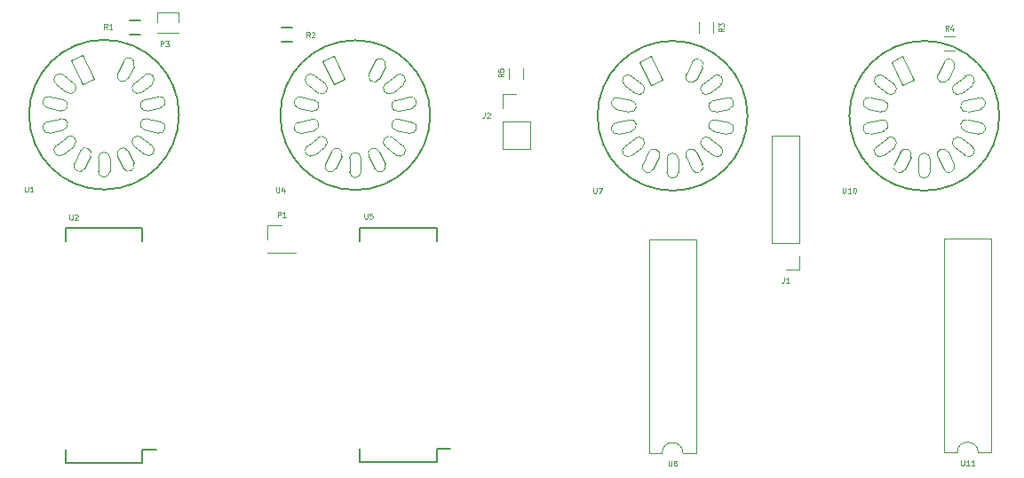
<source format=gto>
G04 #@! TF.GenerationSoftware,KiCad,Pcbnew,5.0.0*
G04 #@! TF.CreationDate,2018-08-01T12:35:26+02:00*
G04 #@! TF.ProjectId,nixie_2_digit_board,6E697869655F325F64696769745F626F,rev?*
G04 #@! TF.SameCoordinates,Original*
G04 #@! TF.FileFunction,Legend,Top*
G04 #@! TF.FilePolarity,Positive*
%FSLAX46Y46*%
G04 Gerber Fmt 4.6, Leading zero omitted, Abs format (unit mm)*
G04 Created by KiCad (PCBNEW 5.0.0) date Wed Aug  1 12:35:26 2018*
%MOMM*%
%LPD*%
G01*
G04 APERTURE LIST*
%ADD10C,0.150000*%
%ADD11C,0.120000*%
%ADD12C,0.100000*%
%ADD13C,0.125000*%
G04 APERTURE END LIST*
D10*
G04 #@! TO.C,U5*
X154065000Y-108075000D02*
X154065000Y-106805000D01*
X146715000Y-108075000D02*
X146715000Y-106805000D01*
X146715000Y-85705000D02*
X146715000Y-86975000D01*
X154065000Y-85705000D02*
X154065000Y-86975000D01*
X154065000Y-108075000D02*
X146715000Y-108075000D01*
X154065000Y-85705000D02*
X146715000Y-85705000D01*
X154065000Y-106805000D02*
X155350000Y-106805000D01*
G04 #@! TO.C,R2*
X140250000Y-67925000D02*
X139250000Y-67925000D01*
X139250000Y-66575000D02*
X140250000Y-66575000D01*
G04 #@! TO.C,U4*
X153397500Y-74939664D02*
G75*
G03X153397500Y-74939664I-7147500J0D01*
G01*
D11*
G04 #@! TO.C,J2*
X160280000Y-78140000D02*
X162940000Y-78140000D01*
X160280000Y-75540000D02*
X160280000Y-78140000D01*
X162940000Y-75540000D02*
X162940000Y-78140000D01*
X160280000Y-75540000D02*
X162940000Y-75540000D01*
X160280000Y-74270000D02*
X160280000Y-72940000D01*
X160280000Y-72940000D02*
X161610000Y-72940000D01*
D10*
G04 #@! TO.C,U1*
X129447500Y-74900000D02*
G75*
G03X129447500Y-74900000I-7147500J0D01*
G01*
G04 #@! TO.C,R1*
X124750000Y-65875000D02*
X125750000Y-65875000D01*
X125750000Y-67225000D02*
X124750000Y-67225000D01*
G04 #@! TO.C,U2*
X125965000Y-108115000D02*
X125965000Y-106845000D01*
X118615000Y-108115000D02*
X118615000Y-106845000D01*
X118615000Y-85745000D02*
X118615000Y-87015000D01*
X125965000Y-85745000D02*
X125965000Y-87015000D01*
X125965000Y-108115000D02*
X118615000Y-108115000D01*
X125965000Y-85745000D02*
X118615000Y-85745000D01*
X125965000Y-106845000D02*
X127250000Y-106845000D01*
D12*
G04 #@! TO.C,P3*
X129400000Y-65100000D02*
X129400000Y-66100000D01*
X127400000Y-66100000D02*
X127400000Y-65100000D01*
X127400000Y-65100000D02*
X129400000Y-65100000D01*
X127400000Y-67100000D02*
X129400000Y-67100000D01*
D11*
G04 #@! TO.C,R3*
X179040000Y-67070000D02*
X179040000Y-66070000D01*
X180400000Y-66070000D02*
X180400000Y-67070000D01*
G04 #@! TO.C,R4*
X203400000Y-68780000D02*
X202400000Y-68780000D01*
X202400000Y-67420000D02*
X203400000Y-67420000D01*
D10*
G04 #@! TO.C,U7*
X183647500Y-75000000D02*
G75*
G03X183647500Y-75000000I-7147500J0D01*
G01*
D11*
G04 #@! TO.C,U8*
X175490000Y-107210000D02*
G75*
G02X177490000Y-107210000I1000000J0D01*
G01*
X177490000Y-107210000D02*
X178740000Y-107210000D01*
X178740000Y-107210000D02*
X178740000Y-86770000D01*
X178740000Y-86770000D02*
X174240000Y-86770000D01*
X174240000Y-86770000D02*
X174240000Y-107210000D01*
X174240000Y-107210000D02*
X175490000Y-107210000D01*
D10*
G04 #@! TO.C,U10*
X207647500Y-75000000D02*
G75*
G03X207647500Y-75000000I-7147500J0D01*
G01*
D11*
G04 #@! TO.C,U11*
X203640000Y-107160000D02*
G75*
G02X205640000Y-107160000I1000000J0D01*
G01*
X205640000Y-107160000D02*
X206890000Y-107160000D01*
X206890000Y-107160000D02*
X206890000Y-86720000D01*
X206890000Y-86720000D02*
X202390000Y-86720000D01*
X202390000Y-86720000D02*
X202390000Y-107160000D01*
X202390000Y-107160000D02*
X203640000Y-107160000D01*
G04 #@! TO.C,P1*
X137910000Y-88100000D02*
X140570000Y-88100000D01*
X137910000Y-88040000D02*
X137910000Y-88100000D01*
X140570000Y-88040000D02*
X140570000Y-88100000D01*
X137910000Y-88040000D02*
X140570000Y-88040000D01*
X137910000Y-86770000D02*
X137910000Y-85440000D01*
X137910000Y-85440000D02*
X139240000Y-85440000D01*
G04 #@! TO.C,J1*
X188610000Y-76910000D02*
X185950000Y-76910000D01*
X188610000Y-87130000D02*
X188610000Y-76910000D01*
X185950000Y-87130000D02*
X185950000Y-76910000D01*
X188610000Y-87130000D02*
X185950000Y-87130000D01*
X188610000Y-88400000D02*
X188610000Y-89730000D01*
X188610000Y-89730000D02*
X187280000Y-89730000D01*
G04 #@! TO.C,R5*
X160920000Y-71500000D02*
X160920000Y-70500000D01*
X162280000Y-70500000D02*
X162280000Y-71500000D01*
G04 #@! TD*
D12*
G04 #@! TO.C,U4*
X145265497Y-71512423D02*
X144184331Y-72033078D01*
X143099633Y-69780651D01*
X144180799Y-69259996D01*
X145265497Y-71512423D01*
X143375698Y-71943981D02*
X142359321Y-71133439D01*
X142689855Y-72803993D02*
X141673478Y-71993451D01*
X142359322Y-71133439D02*
G75*
G03X141673478Y-71993451I-342922J-430006D01*
G01*
X142689854Y-72803993D02*
G75*
G03X143375698Y-71943981I342922J430006D01*
G01*
X142360566Y-73487760D02*
X141093161Y-73198476D01*
X142115787Y-74560180D02*
X140848382Y-74270896D01*
X141093161Y-73198476D02*
G75*
G03X140848383Y-74270896I-122389J-536210D01*
G01*
X142115787Y-74560180D02*
G75*
G03X142360565Y-73487760I122389J536210D01*
G01*
X142115783Y-75319108D02*
X140848375Y-75608378D01*
X142360551Y-76391530D02*
X141093143Y-76680800D01*
X140848375Y-75608378D02*
G75*
G03X141093143Y-76680800I122384J-536211D01*
G01*
X142360551Y-76391530D02*
G75*
G03X142115783Y-75319108I-122384J536211D01*
G01*
X142689833Y-77075299D02*
X141673448Y-77885831D01*
X143375668Y-77935317D02*
X142359283Y-78745849D01*
X141673449Y-77885831D02*
G75*
G03X142359283Y-78745849I342917J-430009D01*
G01*
X143375667Y-77935317D02*
G75*
G03X142689833Y-77075299I-342917J430009D01*
G01*
X143969019Y-78408503D02*
X143404964Y-79579760D01*
X144960082Y-78885780D02*
X144396027Y-80057037D01*
X143404964Y-79579759D02*
G75*
G03X144396028Y-80057037I495532J-238639D01*
G01*
X144960082Y-78885781D02*
G75*
G03X143969018Y-78408503I-495532J238639D01*
G01*
X145699979Y-79054661D02*
X145699973Y-80354661D01*
X146799979Y-79054667D02*
X146799973Y-80354667D01*
X145699973Y-80354661D02*
G75*
G03X146799973Y-80354667I550000J-3D01*
G01*
X146799979Y-79054667D02*
G75*
G03X145699979Y-79054661I-550000J3D01*
G01*
X147539879Y-78885793D02*
X148103922Y-80057056D01*
X148530948Y-78408526D02*
X149094991Y-79579789D01*
X148103923Y-80057056D02*
G75*
G03X149094991Y-79579788I495534J238634D01*
G01*
X148530947Y-78408526D02*
G75*
G03X147539879Y-78885794I-495534J-238634D01*
G01*
X149124302Y-77935347D02*
X150140679Y-78745889D01*
X149810145Y-77075335D02*
X150826522Y-77885877D01*
X150140678Y-78745889D02*
G75*
G03X150826522Y-77885877I342922J430006D01*
G01*
X149810146Y-77075335D02*
G75*
G03X149124302Y-77935347I-342922J-430006D01*
G01*
X150139434Y-76391568D02*
X151406839Y-76680852D01*
X150384213Y-75319148D02*
X151651618Y-75608432D01*
X151406839Y-76680852D02*
G75*
G03X151651617Y-75608432I122389J536210D01*
G01*
X150384213Y-75319148D02*
G75*
G03X150139435Y-76391568I-122389J-536210D01*
G01*
X150384217Y-74560220D02*
X151651625Y-74270950D01*
X150139449Y-73487798D02*
X151406857Y-73198528D01*
X151651625Y-74270950D02*
G75*
G03X151406857Y-73198528I-122384J536211D01*
G01*
X150139449Y-73487798D02*
G75*
G03X150384217Y-74560220I122384J-536211D01*
G01*
X149810167Y-72804029D02*
X150826552Y-71993497D01*
X149124332Y-71944011D02*
X150140717Y-71133479D01*
X150826551Y-71993497D02*
G75*
G03X150140717Y-71133479I-342917J430009D01*
G01*
X149124333Y-71944011D02*
G75*
G03X149810167Y-72804029I342917J-430009D01*
G01*
X148530981Y-71470825D02*
X149095036Y-70299568D01*
X147539918Y-70993548D02*
X148103973Y-69822291D01*
X149095036Y-70299569D02*
G75*
G03X148103972Y-69822291I-495532J238639D01*
G01*
X147539918Y-70993547D02*
G75*
G03X148530982Y-71470825I495532J-238639D01*
G01*
G04 #@! TD*
G04 #@! TO.C,U1*
X121315497Y-71472759D02*
X120234331Y-71993414D01*
X119149633Y-69740987D01*
X120230799Y-69220332D01*
X121315497Y-71472759D01*
X119425698Y-71904317D02*
X118409321Y-71093775D01*
X118739855Y-72764329D02*
X117723478Y-71953787D01*
X118409322Y-71093775D02*
G75*
G03X117723478Y-71953787I-342922J-430006D01*
G01*
X118739854Y-72764329D02*
G75*
G03X119425698Y-71904317I342922J430006D01*
G01*
X118410566Y-73448096D02*
X117143161Y-73158812D01*
X118165787Y-74520516D02*
X116898382Y-74231232D01*
X117143161Y-73158812D02*
G75*
G03X116898383Y-74231232I-122389J-536210D01*
G01*
X118165787Y-74520516D02*
G75*
G03X118410565Y-73448096I122389J536210D01*
G01*
X118165783Y-75279444D02*
X116898375Y-75568714D01*
X118410551Y-76351866D02*
X117143143Y-76641136D01*
X116898375Y-75568714D02*
G75*
G03X117143143Y-76641136I122384J-536211D01*
G01*
X118410551Y-76351866D02*
G75*
G03X118165783Y-75279444I-122384J536211D01*
G01*
X118739833Y-77035635D02*
X117723448Y-77846167D01*
X119425668Y-77895653D02*
X118409283Y-78706185D01*
X117723449Y-77846167D02*
G75*
G03X118409283Y-78706185I342917J-430009D01*
G01*
X119425667Y-77895653D02*
G75*
G03X118739833Y-77035635I-342917J430009D01*
G01*
X120019019Y-78368839D02*
X119454964Y-79540096D01*
X121010082Y-78846116D02*
X120446027Y-80017373D01*
X119454964Y-79540095D02*
G75*
G03X120446028Y-80017373I495532J-238639D01*
G01*
X121010082Y-78846117D02*
G75*
G03X120019018Y-78368839I-495532J238639D01*
G01*
X121749979Y-79014997D02*
X121749973Y-80314997D01*
X122849979Y-79015003D02*
X122849973Y-80315003D01*
X121749973Y-80314997D02*
G75*
G03X122849973Y-80315003I550000J-3D01*
G01*
X122849979Y-79015003D02*
G75*
G03X121749979Y-79014997I-550000J3D01*
G01*
X123589879Y-78846129D02*
X124153922Y-80017392D01*
X124580948Y-78368862D02*
X125144991Y-79540125D01*
X124153923Y-80017392D02*
G75*
G03X125144991Y-79540124I495534J238634D01*
G01*
X124580947Y-78368862D02*
G75*
G03X123589879Y-78846130I-495534J-238634D01*
G01*
X125174302Y-77895683D02*
X126190679Y-78706225D01*
X125860145Y-77035671D02*
X126876522Y-77846213D01*
X126190678Y-78706225D02*
G75*
G03X126876522Y-77846213I342922J430006D01*
G01*
X125860146Y-77035671D02*
G75*
G03X125174302Y-77895683I-342922J-430006D01*
G01*
X126189434Y-76351904D02*
X127456839Y-76641188D01*
X126434213Y-75279484D02*
X127701618Y-75568768D01*
X127456839Y-76641188D02*
G75*
G03X127701617Y-75568768I122389J536210D01*
G01*
X126434213Y-75279484D02*
G75*
G03X126189435Y-76351904I-122389J-536210D01*
G01*
X126434217Y-74520556D02*
X127701625Y-74231286D01*
X126189449Y-73448134D02*
X127456857Y-73158864D01*
X127701625Y-74231286D02*
G75*
G03X127456857Y-73158864I-122384J536211D01*
G01*
X126189449Y-73448134D02*
G75*
G03X126434217Y-74520556I122384J-536211D01*
G01*
X125860167Y-72764365D02*
X126876552Y-71953833D01*
X125174332Y-71904347D02*
X126190717Y-71093815D01*
X126876551Y-71953833D02*
G75*
G03X126190717Y-71093815I-342917J430009D01*
G01*
X125174333Y-71904347D02*
G75*
G03X125860167Y-72764365I342917J-430009D01*
G01*
X124580981Y-71431161D02*
X125145036Y-70259904D01*
X123589918Y-70953884D02*
X124153973Y-69782627D01*
X125145036Y-70259905D02*
G75*
G03X124153972Y-69782627I-495532J238639D01*
G01*
X123589918Y-70953883D02*
G75*
G03X124580982Y-71431161I495532J-238639D01*
G01*
G04 #@! TD*
G04 #@! TO.C,U7*
X175515497Y-71572759D02*
X174434331Y-72093414D01*
X173349633Y-69840987D01*
X174430799Y-69320332D01*
X175515497Y-71572759D01*
X173625698Y-72004317D02*
X172609321Y-71193775D01*
X172939855Y-72864329D02*
X171923478Y-72053787D01*
X172609322Y-71193775D02*
G75*
G03X171923478Y-72053787I-342922J-430006D01*
G01*
X172939854Y-72864329D02*
G75*
G03X173625698Y-72004317I342922J430006D01*
G01*
X172610566Y-73548096D02*
X171343161Y-73258812D01*
X172365787Y-74620516D02*
X171098382Y-74331232D01*
X171343161Y-73258812D02*
G75*
G03X171098383Y-74331232I-122389J-536210D01*
G01*
X172365787Y-74620516D02*
G75*
G03X172610565Y-73548096I122389J536210D01*
G01*
X172365783Y-75379444D02*
X171098375Y-75668714D01*
X172610551Y-76451866D02*
X171343143Y-76741136D01*
X171098375Y-75668714D02*
G75*
G03X171343143Y-76741136I122384J-536211D01*
G01*
X172610551Y-76451866D02*
G75*
G03X172365783Y-75379444I-122384J536211D01*
G01*
X172939833Y-77135635D02*
X171923448Y-77946167D01*
X173625668Y-77995653D02*
X172609283Y-78806185D01*
X171923449Y-77946167D02*
G75*
G03X172609283Y-78806185I342917J-430009D01*
G01*
X173625667Y-77995653D02*
G75*
G03X172939833Y-77135635I-342917J430009D01*
G01*
X174219019Y-78468839D02*
X173654964Y-79640096D01*
X175210082Y-78946116D02*
X174646027Y-80117373D01*
X173654964Y-79640095D02*
G75*
G03X174646028Y-80117373I495532J-238639D01*
G01*
X175210082Y-78946117D02*
G75*
G03X174219018Y-78468839I-495532J238639D01*
G01*
X175949979Y-79114997D02*
X175949973Y-80414997D01*
X177049979Y-79115003D02*
X177049973Y-80415003D01*
X175949973Y-80414997D02*
G75*
G03X177049973Y-80415003I550000J-3D01*
G01*
X177049979Y-79115003D02*
G75*
G03X175949979Y-79114997I-550000J3D01*
G01*
X177789879Y-78946129D02*
X178353922Y-80117392D01*
X178780948Y-78468862D02*
X179344991Y-79640125D01*
X178353923Y-80117392D02*
G75*
G03X179344991Y-79640124I495534J238634D01*
G01*
X178780947Y-78468862D02*
G75*
G03X177789879Y-78946130I-495534J-238634D01*
G01*
X179374302Y-77995683D02*
X180390679Y-78806225D01*
X180060145Y-77135671D02*
X181076522Y-77946213D01*
X180390678Y-78806225D02*
G75*
G03X181076522Y-77946213I342922J430006D01*
G01*
X180060146Y-77135671D02*
G75*
G03X179374302Y-77995683I-342922J-430006D01*
G01*
X180389434Y-76451904D02*
X181656839Y-76741188D01*
X180634213Y-75379484D02*
X181901618Y-75668768D01*
X181656839Y-76741188D02*
G75*
G03X181901617Y-75668768I122389J536210D01*
G01*
X180634213Y-75379484D02*
G75*
G03X180389435Y-76451904I-122389J-536210D01*
G01*
X180634217Y-74620556D02*
X181901625Y-74331286D01*
X180389449Y-73548134D02*
X181656857Y-73258864D01*
X181901625Y-74331286D02*
G75*
G03X181656857Y-73258864I-122384J536211D01*
G01*
X180389449Y-73548134D02*
G75*
G03X180634217Y-74620556I122384J-536211D01*
G01*
X180060167Y-72864365D02*
X181076552Y-72053833D01*
X179374332Y-72004347D02*
X180390717Y-71193815D01*
X181076551Y-72053833D02*
G75*
G03X180390717Y-71193815I-342917J430009D01*
G01*
X179374333Y-72004347D02*
G75*
G03X180060167Y-72864365I342917J-430009D01*
G01*
X178780981Y-71531161D02*
X179345036Y-70359904D01*
X177789918Y-71053884D02*
X178353973Y-69882627D01*
X179345036Y-70359905D02*
G75*
G03X178353972Y-69882627I-495532J238639D01*
G01*
X177789918Y-71053883D02*
G75*
G03X178780982Y-71531161I495532J-238639D01*
G01*
G04 #@! TD*
G04 #@! TO.C,U10*
X199515497Y-71572759D02*
X198434331Y-72093414D01*
X197349633Y-69840987D01*
X198430799Y-69320332D01*
X199515497Y-71572759D01*
X197625698Y-72004317D02*
X196609321Y-71193775D01*
X196939855Y-72864329D02*
X195923478Y-72053787D01*
X196609322Y-71193775D02*
G75*
G03X195923478Y-72053787I-342922J-430006D01*
G01*
X196939854Y-72864329D02*
G75*
G03X197625698Y-72004317I342922J430006D01*
G01*
X196610566Y-73548096D02*
X195343161Y-73258812D01*
X196365787Y-74620516D02*
X195098382Y-74331232D01*
X195343161Y-73258812D02*
G75*
G03X195098383Y-74331232I-122389J-536210D01*
G01*
X196365787Y-74620516D02*
G75*
G03X196610565Y-73548096I122389J536210D01*
G01*
X196365783Y-75379444D02*
X195098375Y-75668714D01*
X196610551Y-76451866D02*
X195343143Y-76741136D01*
X195098375Y-75668714D02*
G75*
G03X195343143Y-76741136I122384J-536211D01*
G01*
X196610551Y-76451866D02*
G75*
G03X196365783Y-75379444I-122384J536211D01*
G01*
X196939833Y-77135635D02*
X195923448Y-77946167D01*
X197625668Y-77995653D02*
X196609283Y-78806185D01*
X195923449Y-77946167D02*
G75*
G03X196609283Y-78806185I342917J-430009D01*
G01*
X197625667Y-77995653D02*
G75*
G03X196939833Y-77135635I-342917J430009D01*
G01*
X198219019Y-78468839D02*
X197654964Y-79640096D01*
X199210082Y-78946116D02*
X198646027Y-80117373D01*
X197654964Y-79640095D02*
G75*
G03X198646028Y-80117373I495532J-238639D01*
G01*
X199210082Y-78946117D02*
G75*
G03X198219018Y-78468839I-495532J238639D01*
G01*
X199949979Y-79114997D02*
X199949973Y-80414997D01*
X201049979Y-79115003D02*
X201049973Y-80415003D01*
X199949973Y-80414997D02*
G75*
G03X201049973Y-80415003I550000J-3D01*
G01*
X201049979Y-79115003D02*
G75*
G03X199949979Y-79114997I-550000J3D01*
G01*
X201789879Y-78946129D02*
X202353922Y-80117392D01*
X202780948Y-78468862D02*
X203344991Y-79640125D01*
X202353923Y-80117392D02*
G75*
G03X203344991Y-79640124I495534J238634D01*
G01*
X202780947Y-78468862D02*
G75*
G03X201789879Y-78946130I-495534J-238634D01*
G01*
X203374302Y-77995683D02*
X204390679Y-78806225D01*
X204060145Y-77135671D02*
X205076522Y-77946213D01*
X204390678Y-78806225D02*
G75*
G03X205076522Y-77946213I342922J430006D01*
G01*
X204060146Y-77135671D02*
G75*
G03X203374302Y-77995683I-342922J-430006D01*
G01*
X204389434Y-76451904D02*
X205656839Y-76741188D01*
X204634213Y-75379484D02*
X205901618Y-75668768D01*
X205656839Y-76741188D02*
G75*
G03X205901617Y-75668768I122389J536210D01*
G01*
X204634213Y-75379484D02*
G75*
G03X204389435Y-76451904I-122389J-536210D01*
G01*
X204634217Y-74620556D02*
X205901625Y-74331286D01*
X204389449Y-73548134D02*
X205656857Y-73258864D01*
X205901625Y-74331286D02*
G75*
G03X205656857Y-73258864I-122384J536211D01*
G01*
X204389449Y-73548134D02*
G75*
G03X204634217Y-74620556I122384J-536211D01*
G01*
X204060167Y-72864365D02*
X205076552Y-72053833D01*
X203374332Y-72004347D02*
X204390717Y-71193815D01*
X205076551Y-72053833D02*
G75*
G03X204390717Y-71193815I-342917J430009D01*
G01*
X203374333Y-72004347D02*
G75*
G03X204060167Y-72864365I342917J-430009D01*
G01*
X202780981Y-71531161D02*
X203345036Y-70359904D01*
X201789918Y-71053884D02*
X202353973Y-69882627D01*
X203345036Y-70359905D02*
G75*
G03X202353972Y-69882627I-495532J238639D01*
G01*
X201789918Y-71053883D02*
G75*
G03X202780982Y-71531161I495532J-238639D01*
G01*
G04 #@! TD*
G04 #@! TO.C,U5*
D13*
X147119047Y-84326190D02*
X147119047Y-84730952D01*
X147142857Y-84778571D01*
X147166666Y-84802380D01*
X147214285Y-84826190D01*
X147309523Y-84826190D01*
X147357142Y-84802380D01*
X147380952Y-84778571D01*
X147404761Y-84730952D01*
X147404761Y-84326190D01*
X147880952Y-84326190D02*
X147642857Y-84326190D01*
X147619047Y-84564285D01*
X147642857Y-84540476D01*
X147690476Y-84516666D01*
X147809523Y-84516666D01*
X147857142Y-84540476D01*
X147880952Y-84564285D01*
X147904761Y-84611904D01*
X147904761Y-84730952D01*
X147880952Y-84778571D01*
X147857142Y-84802380D01*
X147809523Y-84826190D01*
X147690476Y-84826190D01*
X147642857Y-84802380D01*
X147619047Y-84778571D01*
G04 #@! TO.C,R2*
X141916666Y-67526190D02*
X141750000Y-67288095D01*
X141630952Y-67526190D02*
X141630952Y-67026190D01*
X141821428Y-67026190D01*
X141869047Y-67050000D01*
X141892857Y-67073809D01*
X141916666Y-67121428D01*
X141916666Y-67192857D01*
X141892857Y-67240476D01*
X141869047Y-67264285D01*
X141821428Y-67288095D01*
X141630952Y-67288095D01*
X142107142Y-67073809D02*
X142130952Y-67050000D01*
X142178571Y-67026190D01*
X142297619Y-67026190D01*
X142345238Y-67050000D01*
X142369047Y-67073809D01*
X142392857Y-67121428D01*
X142392857Y-67169047D01*
X142369047Y-67240476D01*
X142083333Y-67526190D01*
X142392857Y-67526190D01*
G04 #@! TO.C,U4*
X138721547Y-81813354D02*
X138721547Y-82218116D01*
X138745357Y-82265735D01*
X138769166Y-82289544D01*
X138816785Y-82313354D01*
X138912023Y-82313354D01*
X138959642Y-82289544D01*
X138983452Y-82265735D01*
X139007261Y-82218116D01*
X139007261Y-81813354D01*
X139459642Y-81980021D02*
X139459642Y-82313354D01*
X139340595Y-81789544D02*
X139221547Y-82146687D01*
X139531071Y-82146687D01*
G04 #@! TO.C,J2*
X158583333Y-74726190D02*
X158583333Y-75083333D01*
X158559523Y-75154761D01*
X158511904Y-75202380D01*
X158440476Y-75226190D01*
X158392857Y-75226190D01*
X158797619Y-74773809D02*
X158821428Y-74750000D01*
X158869047Y-74726190D01*
X158988095Y-74726190D01*
X159035714Y-74750000D01*
X159059523Y-74773809D01*
X159083333Y-74821428D01*
X159083333Y-74869047D01*
X159059523Y-74940476D01*
X158773809Y-75226190D01*
X159083333Y-75226190D01*
G04 #@! TO.C,U1*
X114771547Y-81773690D02*
X114771547Y-82178452D01*
X114795357Y-82226071D01*
X114819166Y-82249880D01*
X114866785Y-82273690D01*
X114962023Y-82273690D01*
X115009642Y-82249880D01*
X115033452Y-82226071D01*
X115057261Y-82178452D01*
X115057261Y-81773690D01*
X115557261Y-82273690D02*
X115271547Y-82273690D01*
X115414404Y-82273690D02*
X115414404Y-81773690D01*
X115366785Y-81845119D01*
X115319166Y-81892738D01*
X115271547Y-81916547D01*
G04 #@! TO.C,R1*
X122616666Y-66726190D02*
X122450000Y-66488095D01*
X122330952Y-66726190D02*
X122330952Y-66226190D01*
X122521428Y-66226190D01*
X122569047Y-66250000D01*
X122592857Y-66273809D01*
X122616666Y-66321428D01*
X122616666Y-66392857D01*
X122592857Y-66440476D01*
X122569047Y-66464285D01*
X122521428Y-66488095D01*
X122330952Y-66488095D01*
X123092857Y-66726190D02*
X122807142Y-66726190D01*
X122950000Y-66726190D02*
X122950000Y-66226190D01*
X122902380Y-66297619D01*
X122854761Y-66345238D01*
X122807142Y-66369047D01*
G04 #@! TO.C,U2*
X119019047Y-84426190D02*
X119019047Y-84830952D01*
X119042857Y-84878571D01*
X119066666Y-84902380D01*
X119114285Y-84926190D01*
X119209523Y-84926190D01*
X119257142Y-84902380D01*
X119280952Y-84878571D01*
X119304761Y-84830952D01*
X119304761Y-84426190D01*
X119519047Y-84473809D02*
X119542857Y-84450000D01*
X119590476Y-84426190D01*
X119709523Y-84426190D01*
X119757142Y-84450000D01*
X119780952Y-84473809D01*
X119804761Y-84521428D01*
X119804761Y-84569047D01*
X119780952Y-84640476D01*
X119495238Y-84926190D01*
X119804761Y-84926190D01*
G04 #@! TO.C,P3*
X127690952Y-68376190D02*
X127690952Y-67876190D01*
X127881428Y-67876190D01*
X127929047Y-67900000D01*
X127952857Y-67923809D01*
X127976666Y-67971428D01*
X127976666Y-68042857D01*
X127952857Y-68090476D01*
X127929047Y-68114285D01*
X127881428Y-68138095D01*
X127690952Y-68138095D01*
X128143333Y-67876190D02*
X128452857Y-67876190D01*
X128286190Y-68066666D01*
X128357619Y-68066666D01*
X128405238Y-68090476D01*
X128429047Y-68114285D01*
X128452857Y-68161904D01*
X128452857Y-68280952D01*
X128429047Y-68328571D01*
X128405238Y-68352380D01*
X128357619Y-68376190D01*
X128214761Y-68376190D01*
X128167142Y-68352380D01*
X128143333Y-68328571D01*
G04 #@! TO.C,R3*
X181396190Y-66653333D02*
X181158095Y-66820000D01*
X181396190Y-66939047D02*
X180896190Y-66939047D01*
X180896190Y-66748571D01*
X180920000Y-66700952D01*
X180943809Y-66677142D01*
X180991428Y-66653333D01*
X181062857Y-66653333D01*
X181110476Y-66677142D01*
X181134285Y-66700952D01*
X181158095Y-66748571D01*
X181158095Y-66939047D01*
X180896190Y-66486666D02*
X180896190Y-66177142D01*
X181086666Y-66343809D01*
X181086666Y-66272380D01*
X181110476Y-66224761D01*
X181134285Y-66200952D01*
X181181904Y-66177142D01*
X181300952Y-66177142D01*
X181348571Y-66200952D01*
X181372380Y-66224761D01*
X181396190Y-66272380D01*
X181396190Y-66415238D01*
X181372380Y-66462857D01*
X181348571Y-66486666D01*
G04 #@! TO.C,R4*
X202816666Y-66876190D02*
X202650000Y-66638095D01*
X202530952Y-66876190D02*
X202530952Y-66376190D01*
X202721428Y-66376190D01*
X202769047Y-66400000D01*
X202792857Y-66423809D01*
X202816666Y-66471428D01*
X202816666Y-66542857D01*
X202792857Y-66590476D01*
X202769047Y-66614285D01*
X202721428Y-66638095D01*
X202530952Y-66638095D01*
X203245238Y-66542857D02*
X203245238Y-66876190D01*
X203126190Y-66352380D02*
X203007142Y-66709523D01*
X203316666Y-66709523D01*
G04 #@! TO.C,U7*
X168971547Y-81873690D02*
X168971547Y-82278452D01*
X168995357Y-82326071D01*
X169019166Y-82349880D01*
X169066785Y-82373690D01*
X169162023Y-82373690D01*
X169209642Y-82349880D01*
X169233452Y-82326071D01*
X169257261Y-82278452D01*
X169257261Y-81873690D01*
X169447738Y-81873690D02*
X169781071Y-81873690D01*
X169566785Y-82373690D01*
G04 #@! TO.C,U8*
X176109047Y-107936190D02*
X176109047Y-108340952D01*
X176132857Y-108388571D01*
X176156666Y-108412380D01*
X176204285Y-108436190D01*
X176299523Y-108436190D01*
X176347142Y-108412380D01*
X176370952Y-108388571D01*
X176394761Y-108340952D01*
X176394761Y-107936190D01*
X176704285Y-108150476D02*
X176656666Y-108126666D01*
X176632857Y-108102857D01*
X176609047Y-108055238D01*
X176609047Y-108031428D01*
X176632857Y-107983809D01*
X176656666Y-107960000D01*
X176704285Y-107936190D01*
X176799523Y-107936190D01*
X176847142Y-107960000D01*
X176870952Y-107983809D01*
X176894761Y-108031428D01*
X176894761Y-108055238D01*
X176870952Y-108102857D01*
X176847142Y-108126666D01*
X176799523Y-108150476D01*
X176704285Y-108150476D01*
X176656666Y-108174285D01*
X176632857Y-108198095D01*
X176609047Y-108245714D01*
X176609047Y-108340952D01*
X176632857Y-108388571D01*
X176656666Y-108412380D01*
X176704285Y-108436190D01*
X176799523Y-108436190D01*
X176847142Y-108412380D01*
X176870952Y-108388571D01*
X176894761Y-108340952D01*
X176894761Y-108245714D01*
X176870952Y-108198095D01*
X176847142Y-108174285D01*
X176799523Y-108150476D01*
G04 #@! TO.C,U10*
X192733452Y-81873690D02*
X192733452Y-82278452D01*
X192757261Y-82326071D01*
X192781071Y-82349880D01*
X192828690Y-82373690D01*
X192923928Y-82373690D01*
X192971547Y-82349880D01*
X192995357Y-82326071D01*
X193019166Y-82278452D01*
X193019166Y-81873690D01*
X193519166Y-82373690D02*
X193233452Y-82373690D01*
X193376309Y-82373690D02*
X193376309Y-81873690D01*
X193328690Y-81945119D01*
X193281071Y-81992738D01*
X193233452Y-82016547D01*
X193828690Y-81873690D02*
X193876309Y-81873690D01*
X193923928Y-81897500D01*
X193947738Y-81921309D01*
X193971547Y-81968928D01*
X193995357Y-82064166D01*
X193995357Y-82183214D01*
X193971547Y-82278452D01*
X193947738Y-82326071D01*
X193923928Y-82349880D01*
X193876309Y-82373690D01*
X193828690Y-82373690D01*
X193781071Y-82349880D01*
X193757261Y-82326071D01*
X193733452Y-82278452D01*
X193709642Y-82183214D01*
X193709642Y-82064166D01*
X193733452Y-81968928D01*
X193757261Y-81921309D01*
X193781071Y-81897500D01*
X193828690Y-81873690D01*
G04 #@! TO.C,U11*
X204020952Y-107886190D02*
X204020952Y-108290952D01*
X204044761Y-108338571D01*
X204068571Y-108362380D01*
X204116190Y-108386190D01*
X204211428Y-108386190D01*
X204259047Y-108362380D01*
X204282857Y-108338571D01*
X204306666Y-108290952D01*
X204306666Y-107886190D01*
X204806666Y-108386190D02*
X204520952Y-108386190D01*
X204663809Y-108386190D02*
X204663809Y-107886190D01*
X204616190Y-107957619D01*
X204568571Y-108005238D01*
X204520952Y-108029047D01*
X205282857Y-108386190D02*
X204997142Y-108386190D01*
X205140000Y-108386190D02*
X205140000Y-107886190D01*
X205092380Y-107957619D01*
X205044761Y-108005238D01*
X204997142Y-108029047D01*
G04 #@! TO.C,P1*
X138870952Y-84666190D02*
X138870952Y-84166190D01*
X139061428Y-84166190D01*
X139109047Y-84190000D01*
X139132857Y-84213809D01*
X139156666Y-84261428D01*
X139156666Y-84332857D01*
X139132857Y-84380476D01*
X139109047Y-84404285D01*
X139061428Y-84428095D01*
X138870952Y-84428095D01*
X139632857Y-84666190D02*
X139347142Y-84666190D01*
X139490000Y-84666190D02*
X139490000Y-84166190D01*
X139442380Y-84237619D01*
X139394761Y-84285238D01*
X139347142Y-84309047D01*
G04 #@! TO.C,J1*
X187113333Y-90456190D02*
X187113333Y-90813333D01*
X187089523Y-90884761D01*
X187041904Y-90932380D01*
X186970476Y-90956190D01*
X186922857Y-90956190D01*
X187613333Y-90956190D02*
X187327619Y-90956190D01*
X187470476Y-90956190D02*
X187470476Y-90456190D01*
X187422857Y-90527619D01*
X187375238Y-90575238D01*
X187327619Y-90599047D01*
G04 #@! TO.C,R5*
X160376190Y-70983333D02*
X160138095Y-71150000D01*
X160376190Y-71269047D02*
X159876190Y-71269047D01*
X159876190Y-71078571D01*
X159900000Y-71030952D01*
X159923809Y-71007142D01*
X159971428Y-70983333D01*
X160042857Y-70983333D01*
X160090476Y-71007142D01*
X160114285Y-71030952D01*
X160138095Y-71078571D01*
X160138095Y-71269047D01*
X159876190Y-70530952D02*
X159876190Y-70769047D01*
X160114285Y-70792857D01*
X160090476Y-70769047D01*
X160066666Y-70721428D01*
X160066666Y-70602380D01*
X160090476Y-70554761D01*
X160114285Y-70530952D01*
X160161904Y-70507142D01*
X160280952Y-70507142D01*
X160328571Y-70530952D01*
X160352380Y-70554761D01*
X160376190Y-70602380D01*
X160376190Y-70721428D01*
X160352380Y-70769047D01*
X160328571Y-70792857D01*
G04 #@! TD*
M02*

</source>
